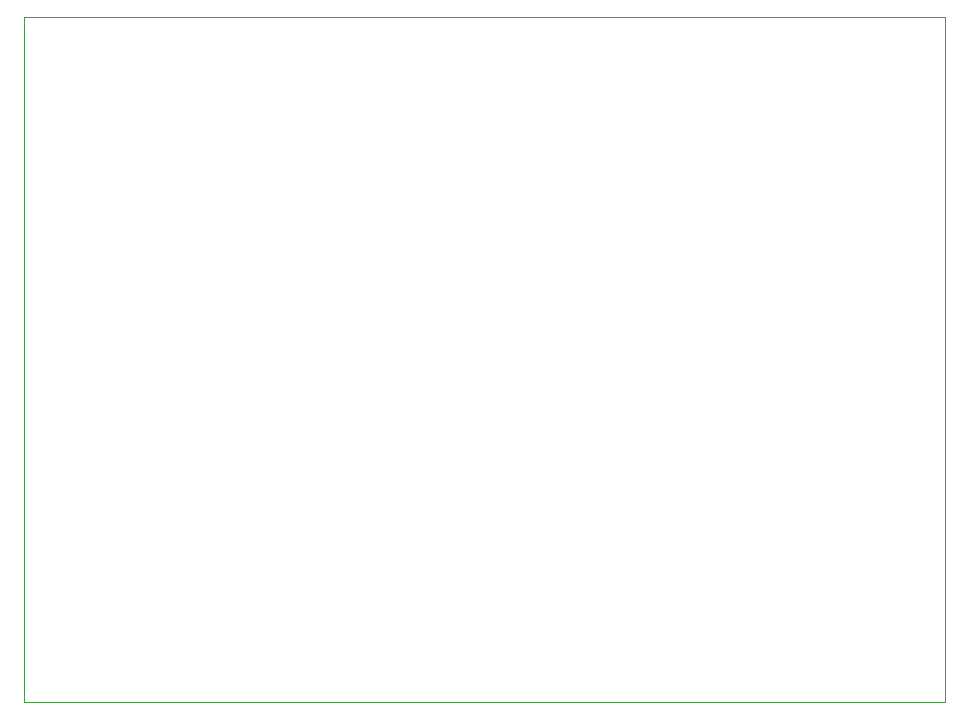
<source format=gbr>
%TF.GenerationSoftware,KiCad,Pcbnew,8.0.2*%
%TF.CreationDate,2024-09-07T15:03:16+02:00*%
%TF.ProjectId,OS-servoDriver_relay,4f532d73-6572-4766-9f44-72697665725f,rev?*%
%TF.SameCoordinates,Original*%
%TF.FileFunction,Profile,NP*%
%FSLAX46Y46*%
G04 Gerber Fmt 4.6, Leading zero omitted, Abs format (unit mm)*
G04 Created by KiCad (PCBNEW 8.0.2) date 2024-09-07 15:03:16*
%MOMM*%
%LPD*%
G01*
G04 APERTURE LIST*
%TA.AperFunction,Profile*%
%ADD10C,0.100000*%
%TD*%
G04 APERTURE END LIST*
D10*
X171000000Y-102500000D02*
X249000000Y-102500000D01*
X249000000Y-160500000D01*
X171000000Y-160500000D01*
X171000000Y-102500000D01*
M02*

</source>
